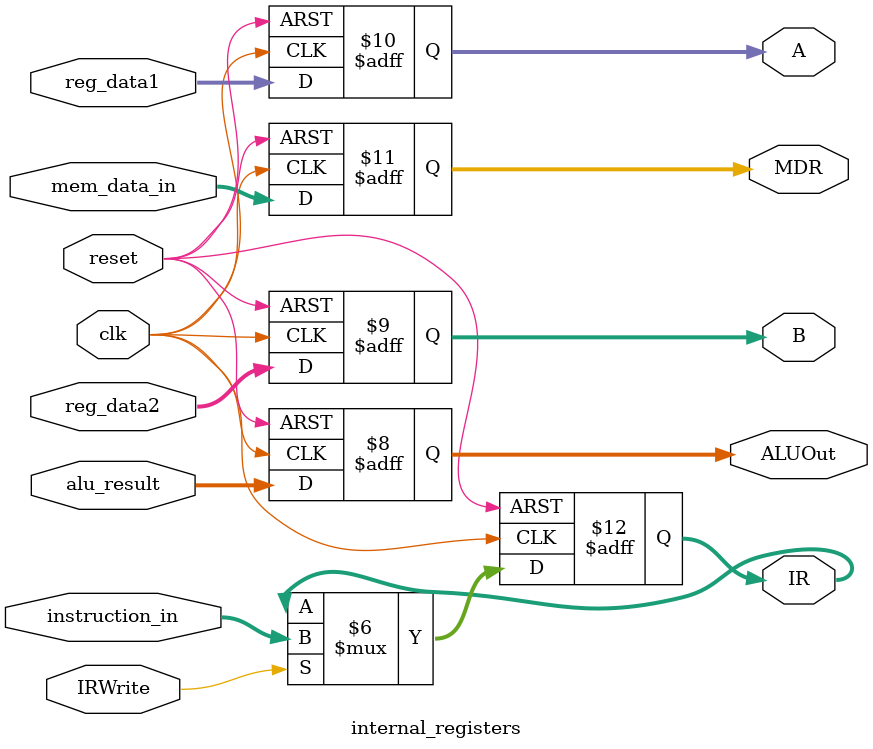
<source format=v>
module internal_registers (
    input wire clk,
    input wire reset,
    
    // Instruction Register
    input wire IRWrite,
    input wire [31:0] instruction_in,
    output reg [31:0] IR,
    
    // Memory Data Register
    input wire [63:0] mem_data_in,
    output reg [63:0] MDR,
    
    // A and B registers (hold rs1 and rs2 values)
    input wire [63:0] reg_data1,
    input wire [63:0] reg_data2,
    output reg [63:0] A,
    output reg [63:0] B,
    
    // ALU Output register
    input wire [63:0] alu_result,
    output reg [63:0] ALUOut
);

    // Instruction Register - only updates when IRWrite is asserted
    always @(posedge clk or posedge reset) begin
        if (reset)
            IR <= 32'b0;
        else if (IRWrite)
            IR <= instruction_in;
    end
    
    // Memory Data Register - always captures memory output
    always @(posedge clk or posedge reset) begin
        if (reset)
            MDR <= 64'b0;
        else
            MDR <= mem_data_in;
    end
    
    // A register - captures rs1 value during decode
    always @(posedge clk or posedge reset) begin
        if (reset)
            A <= 64'b0;
        else
            A <= reg_data1;
    end
    
    // B register - captures rs2 value during decode
    always @(posedge clk or posedge reset) begin
        if (reset)
            B <= 64'b0;
        else
            B <= reg_data2;
    end
    
    // ALU Output register - captures ALU result
    always @(posedge clk or posedge reset) begin
        if (reset)
            ALUOut <= 64'b0;
        else
            ALUOut <= alu_result;
    end

endmodule
</source>
